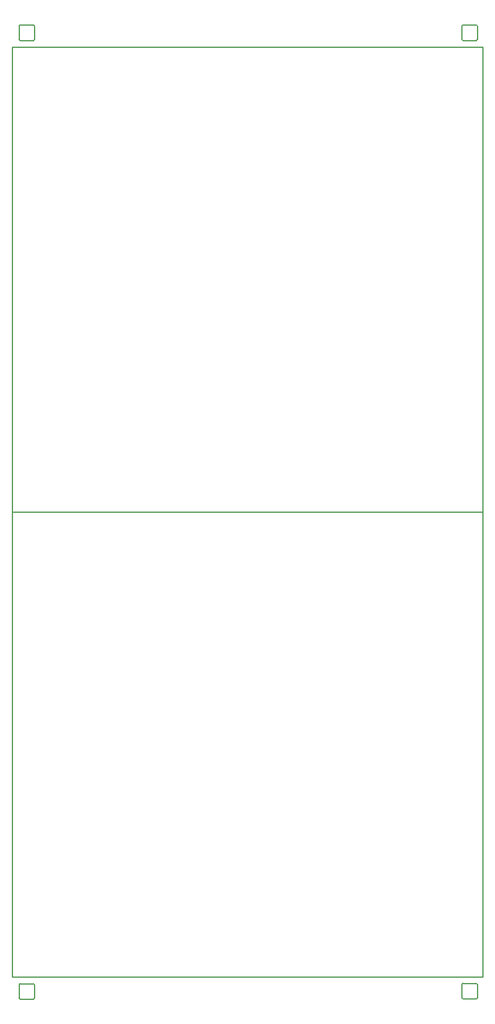
<source format=gko>
G04 Layer_Color=16711935*
%FSLAX24Y24*%
%MOIN*%
G70*
G01*
G75*
%ADD12C,0.0100*%
D12*
X3142Y84229D02*
G03*
X3220Y84150I79J0D01*
G01*
Y85488D02*
G03*
X3142Y85410I0J-79D01*
G01*
X4480D02*
G03*
X4402Y85488I-79J0D01*
G01*
Y84150D02*
G03*
X4480Y84229I0J79D01*
G01*
X42990Y84150D02*
G03*
X43069Y84229I0J79D01*
G01*
Y85410D02*
G03*
X42990Y85488I-79J0D01*
G01*
X41809D02*
G03*
X41730Y85410I0J-79D01*
G01*
Y84229D02*
G03*
X41809Y84150I79J0D01*
G01*
X41730Y750D02*
G03*
X41809Y671I79J0D01*
G01*
Y2010D02*
G03*
X41730Y1931I0J-79D01*
G01*
X43069D02*
G03*
X42990Y2010I-79J0D01*
G01*
Y671D02*
G03*
X43069Y750I0J79D01*
G01*
X4402Y642D02*
G03*
X4480Y720I0J79D01*
G01*
Y1902D02*
G03*
X4402Y1980I-79J0D01*
G01*
X3220D02*
G03*
X3142Y1902I0J-79D01*
G01*
Y720D02*
G03*
X3220Y642I79J0D01*
G01*
X4402Y84150D02*
G03*
X4480Y84229I0J79D01*
G01*
Y85410D02*
G03*
X4402Y85488I-79J0D01*
G01*
X3220D02*
G03*
X3142Y85410I0J-79D01*
G01*
Y84229D02*
G03*
X3220Y84150I79J0D01*
G01*
X41730Y84229D02*
G03*
X41809Y84150I79J0D01*
G01*
Y85488D02*
G03*
X41730Y85410I0J-79D01*
G01*
X43069D02*
G03*
X42990Y85488I-79J0D01*
G01*
Y84150D02*
G03*
X43069Y84229I0J79D01*
G01*
X42990Y671D02*
G03*
X43069Y750I0J79D01*
G01*
Y1931D02*
G03*
X42990Y2010I-79J0D01*
G01*
X41809D02*
G03*
X41730Y1931I0J-79D01*
G01*
Y750D02*
G03*
X41809Y671I79J0D01*
G01*
X3142Y720D02*
G03*
X3220Y642I79J0D01*
G01*
Y1980D02*
G03*
X3142Y1902I0J-79D01*
G01*
X4480D02*
G03*
X4402Y1980I-79J0D01*
G01*
Y642D02*
G03*
X4480Y720I0J79D01*
G01*
X3220Y84150D02*
X4402D01*
X4480Y84229D02*
Y85410D01*
X3220Y85488D02*
X4402D01*
X3142Y84229D02*
Y85410D01*
X41730Y84229D02*
Y85410D01*
X41809Y85488D02*
X42990D01*
X43069Y84229D02*
Y85410D01*
X41809Y84150D02*
X42990D01*
X41809Y671D02*
X42990D01*
X43069Y750D02*
Y1931D01*
X41809Y2010D02*
X42990D01*
X41730Y750D02*
Y1931D01*
X3142Y720D02*
Y1902D01*
X3220Y1980D02*
X4402D01*
X4480Y720D02*
Y1902D01*
X3220Y642D02*
X4402D01*
X3220Y84150D02*
X4402D01*
X3142Y84229D02*
Y85410D01*
X3220Y85488D02*
X4402D01*
X4480Y84229D02*
Y85410D01*
X43069Y84229D02*
Y85410D01*
X41809Y85488D02*
X42990D01*
X41730Y84229D02*
Y85410D01*
X41809Y84150D02*
X42990D01*
X41809Y671D02*
X42990D01*
X41730Y750D02*
Y1931D01*
X41809Y2010D02*
X42990D01*
X43069Y750D02*
Y1931D01*
X4480Y720D02*
Y1902D01*
X3220Y1980D02*
X4402D01*
X3142Y720D02*
Y1902D01*
X3220Y642D02*
X4402D01*
X2561Y2561D02*
X43561D01*
X2561D02*
Y43061D01*
X43561D01*
Y2561D02*
Y43061D01*
X2561D02*
X43561D01*
X2561D02*
Y83561D01*
X43561D01*
Y43061D02*
Y83561D01*
M02*

</source>
